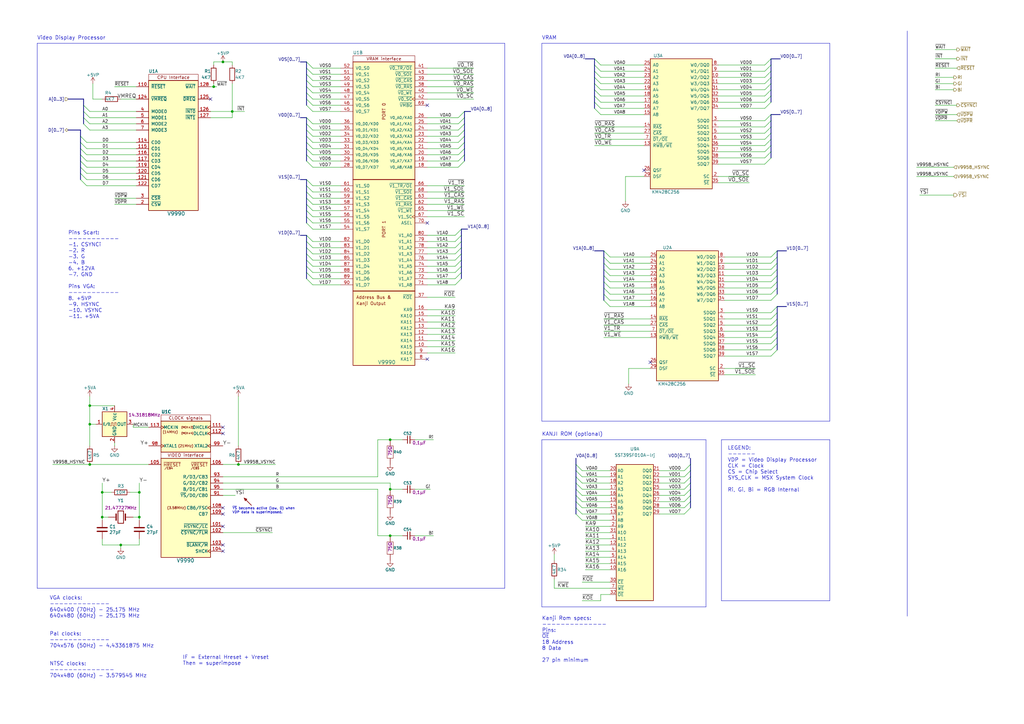
<source format=kicad_sch>
(kicad_sch (version 20230121) (generator eeschema)
  (paper "A3")
  (title_block (title "TRH9000D") (date "2023-01-13") (rev "AC") (comment 2 "Shared under CERN-OHL-S license") (comment 3 "TRH9000 - Open Source MSX Graphics Card based on the Yamaha V9990") (comment 4 "Designed  by: Cristiano Goncalves, Doomn00b, SD_Snatcher & Sunrise"))
  (junction (at 57.15 212.09))
  (junction (at 41.91 212.09))
  (junction (at 41.91 201.93))
  (junction (at 57.15 201.93))
  (junction (at 87.63 35.56))
  (junction (at 160.02 180.34))
  (junction (at 160.02 219.71))
  (junction (at 95.25 45.72))
  (junction (at 97.79 190.5))
  (junction (at 36.83 173.99))
  (junction (at 91.44 25.4))
  (junction (at 160.02 200.66))
  (junction (at 36.83 166.37))
  (junction (at 49.53 223.52))
  (junction (at 36.83 190.5))
  (no_connect (at 86.36 40.64))
  (no_connect (at 266.7 148.59))
  (no_connect (at 175.26 43.18))
  (no_connect (at 91.44 175.26))
  (no_connect (at 91.44 177.8))
  (no_connect (at 91.44 208.28))
  (no_connect (at 91.44 210.82))
  (no_connect (at 264.16 69.85))
  (no_connect (at 91.44 226.06))
  (no_connect (at 91.44 223.52))
  (no_connect (at 175.26 91.44))
  (no_connect (at 175.26 147.32))
  (no_connect (at 91.44 215.9))
  (bus_entry (at 125.73 78.74) (size 2.54 2.54))
  (bus_entry (at 125.73 83.82) (size 2.54 2.54))
  (bus_entry (at 33.02 58.42) (size 2.54 2.54))
  (bus_entry (at 247.65 118.11) (size 2.54 2.54))
  (bus_entry (at 236.22 208.28) (size 2.54 2.54))
  (bus_entry (at 33.02 71.12) (size 2.54 2.54))
  (bus_entry (at 283.21 190.5) (size -2.54 2.54))
  (bus_entry (at 318.77 120.65) (size -2.54 2.54))
  (bus_entry (at 316.23 36.83) (size -2.54 2.54))
  (bus_entry (at 236.22 190.5) (size 2.54 2.54))
  (bus_entry (at 318.77 115.57) (size -2.54 2.54))
  (bus_entry (at 318.77 118.11) (size -2.54 2.54))
  (bus_entry (at 190.5 66.04) (size -2.54 2.54))
  (bus_entry (at 318.77 113.03) (size -2.54 2.54))
  (bus_entry (at 318.77 143.51) (size -2.54 2.54))
  (bus_entry (at 33.02 55.88) (size 2.54 2.54))
  (bus_entry (at 247.65 123.19) (size 2.54 2.54))
  (bus_entry (at 236.22 200.66) (size 2.54 2.54))
  (bus_entry (at 318.77 102.87) (size -2.54 2.54))
  (bus_entry (at 283.21 198.12) (size -2.54 2.54))
  (bus_entry (at 316.23 57.15) (size -2.54 2.54))
  (bus_entry (at 125.73 104.14) (size 2.54 2.54))
  (bus_entry (at 316.23 54.61) (size -2.54 2.54))
  (bus_entry (at 247.65 107.95) (size 2.54 2.54))
  (bus_entry (at 189.23 111.76) (size -2.54 2.54))
  (bus_entry (at 189.23 106.68) (size -2.54 2.54))
  (bus_entry (at 125.73 30.48) (size 2.54 2.54))
  (bus_entry (at 316.23 49.53) (size -2.54 2.54))
  (bus_entry (at 125.73 40.64) (size 2.54 2.54))
  (bus_entry (at 190.5 50.8) (size -2.54 2.54))
  (bus_entry (at 125.73 43.18) (size 2.54 2.54))
  (bus_entry (at 283.21 193.04) (size -2.54 2.54))
  (bus_entry (at 125.73 101.6) (size 2.54 2.54))
  (bus_entry (at 125.73 99.06) (size 2.54 2.54))
  (bus_entry (at 236.22 205.74) (size 2.54 2.54))
  (bus_entry (at 316.23 39.37) (size -2.54 2.54))
  (bus_entry (at 316.23 62.23) (size -2.54 2.54))
  (bus_entry (at 283.21 203.2) (size -2.54 2.54))
  (bus_entry (at 283.21 205.74) (size -2.54 2.54))
  (bus_entry (at 247.65 115.57) (size 2.54 2.54))
  (bus_entry (at 243.84 44.45) (size 2.54 2.54))
  (bus_entry (at 125.73 58.42) (size 2.54 2.54))
  (bus_entry (at 125.73 91.44) (size 2.54 2.54))
  (bus_entry (at 236.22 210.82) (size 2.54 2.54))
  (bus_entry (at 283.21 195.58) (size -2.54 2.54))
  (bus_entry (at 243.84 24.13) (size 2.54 2.54))
  (bus_entry (at 316.23 31.75) (size -2.54 2.54))
  (bus_entry (at 247.65 113.03) (size 2.54 2.54))
  (bus_entry (at 316.23 59.69) (size -2.54 2.54))
  (bus_entry (at 283.21 208.28) (size -2.54 2.54))
  (bus_entry (at 34.29 50.8) (size 2.54 2.54))
  (bus_entry (at 247.65 102.87) (size 2.54 2.54))
  (bus_entry (at 125.73 25.4) (size 2.54 2.54))
  (bus_entry (at 243.84 31.75) (size 2.54 2.54))
  (bus_entry (at 318.77 133.35) (size -2.54 2.54))
  (bus_entry (at 34.29 45.72) (size 2.54 2.54))
  (bus_entry (at 190.5 55.88) (size -2.54 2.54))
  (bus_entry (at 316.23 52.07) (size -2.54 2.54))
  (bus_entry (at 125.73 53.34) (size 2.54 2.54))
  (bus_entry (at 189.23 99.06) (size -2.54 2.54))
  (bus_entry (at 316.23 34.29) (size -2.54 2.54))
  (bus_entry (at 125.73 50.8) (size 2.54 2.54))
  (bus_entry (at 318.77 130.81) (size -2.54 2.54))
  (bus_entry (at 316.23 26.67) (size -2.54 2.54))
  (bus_entry (at 190.5 63.5) (size -2.54 2.54))
  (bus_entry (at 125.73 60.96) (size 2.54 2.54))
  (bus_entry (at 125.73 63.5) (size 2.54 2.54))
  (bus_entry (at 125.73 38.1) (size 2.54 2.54))
  (bus_entry (at 125.73 35.56) (size 2.54 2.54))
  (bus_entry (at 125.73 48.26) (size 2.54 2.54))
  (bus_entry (at 243.84 34.29) (size 2.54 2.54))
  (bus_entry (at 316.23 64.77) (size -2.54 2.54))
  (bus_entry (at 316.23 24.13) (size -2.54 2.54))
  (bus_entry (at 243.84 41.91) (size 2.54 2.54))
  (bus_entry (at 34.29 43.18) (size 2.54 2.54))
  (bus_entry (at 189.23 93.98) (size -2.54 2.54))
  (bus_entry (at 190.5 60.96) (size -2.54 2.54))
  (bus_entry (at 125.73 27.94) (size 2.54 2.54))
  (bus_entry (at 190.5 45.72) (size -2.54 2.54))
  (bus_entry (at 33.02 68.58) (size 2.54 2.54))
  (bus_entry (at 189.23 96.52) (size -2.54 2.54))
  (bus_entry (at 33.02 63.5) (size 2.54 2.54))
  (bus_entry (at 190.5 58.42) (size -2.54 2.54))
  (bus_entry (at 247.65 120.65) (size 2.54 2.54))
  (bus_entry (at 33.02 66.04) (size 2.54 2.54))
  (bus_entry (at 318.77 105.41) (size -2.54 2.54))
  (bus_entry (at 125.73 55.88) (size 2.54 2.54))
  (bus_entry (at 283.21 200.66) (size -2.54 2.54))
  (bus_entry (at 125.73 76.2) (size 2.54 2.54))
  (bus_entry (at 125.73 106.68) (size 2.54 2.54))
  (bus_entry (at 247.65 110.49) (size 2.54 2.54))
  (bus_entry (at 318.77 107.95) (size -2.54 2.54))
  (bus_entry (at 189.23 114.3) (size -2.54 2.54))
  (bus_entry (at 243.84 36.83) (size 2.54 2.54))
  (bus_entry (at 318.77 140.97) (size -2.54 2.54))
  (bus_entry (at 316.23 46.99) (size -2.54 2.54))
  (bus_entry (at 189.23 101.6) (size -2.54 2.54))
  (bus_entry (at 243.84 39.37) (size 2.54 2.54))
  (bus_entry (at 33.02 60.96) (size 2.54 2.54))
  (bus_entry (at 236.22 195.58) (size 2.54 2.54))
  (bus_entry (at 318.77 125.73) (size -2.54 2.54))
  (bus_entry (at 34.29 48.26) (size 2.54 2.54))
  (bus_entry (at 125.73 109.22) (size 2.54 2.54))
  (bus_entry (at 125.73 73.66) (size 2.54 2.54))
  (bus_entry (at 247.65 105.41) (size 2.54 2.54))
  (bus_entry (at 318.77 110.49) (size -2.54 2.54))
  (bus_entry (at 318.77 138.43) (size -2.54 2.54))
  (bus_entry (at 33.02 73.66) (size 2.54 2.54))
  (bus_entry (at 190.5 48.26) (size -2.54 2.54))
  (bus_entry (at 125.73 33.02) (size 2.54 2.54))
  (bus_entry (at 189.23 109.22) (size -2.54 2.54))
  (bus_entry (at 125.73 86.36) (size 2.54 2.54))
  (bus_entry (at 236.22 203.2) (size 2.54 2.54))
  (bus_entry (at 316.23 29.21) (size -2.54 2.54))
  (bus_entry (at 125.73 66.04) (size 2.54 2.54))
  (bus_entry (at 318.77 128.27) (size -2.54 2.54))
  (bus_entry (at 243.84 29.21) (size 2.54 2.54))
  (bus_entry (at 125.73 114.3) (size 2.54 2.54))
  (bus_entry (at 125.73 96.52) (size 2.54 2.54))
  (bus_entry (at 316.23 41.91) (size -2.54 2.54))
  (bus_entry (at 189.23 104.14) (size -2.54 2.54))
  (bus_entry (at 318.77 135.89) (size -2.54 2.54))
  (bus_entry (at 243.84 26.67) (size 2.54 2.54))
  (bus_entry (at 125.73 81.28) (size 2.54 2.54))
  (bus_entry (at 236.22 198.12) (size 2.54 2.54))
  (bus_entry (at 190.5 53.34) (size -2.54 2.54))
  (bus_entry (at 236.22 193.04) (size 2.54 2.54))
  (bus_entry (at 125.73 88.9) (size 2.54 2.54))
  (bus_entry (at 125.73 111.76) (size 2.54 2.54))
  (bus (pts (xy 189.23 96.52) (xy 189.23 99.06)))
  (wire (pts (xy 246.38 46.99) (xy 264.16 46.99)))
  (wire (pts (xy 41.91 201.93) (xy 41.91 212.09)))
  (wire (pts (xy 175.26 129.54) (xy 186.69 129.54)))
  (wire (pts (xy 91.44 218.44) (xy 111.76 218.44)))
  (bus (pts (xy 33.02 68.58) (xy 33.02 71.12)))
  (bus (pts (xy 318.77 133.35) (xy 318.77 135.89)))
  (bus (pts (xy 236.22 190.5) (xy 236.22 187.96)))
  (wire (pts (xy 250.19 205.74) (xy 238.76 205.74)))
  (wire (pts (xy 49.53 224.79) (xy 49.53 223.52)))
  (wire (pts (xy 41.91 220.98) (xy 41.91 223.52)))
  (wire (pts (xy 250.19 123.19) (xy 266.7 123.19)))
  (wire (pts (xy 246.38 26.67) (xy 264.16 26.67)))
  (wire (pts (xy 139.7 83.82) (xy 128.27 83.82)))
  (wire (pts (xy 294.64 29.21) (xy 313.69 29.21)))
  (bus (pts (xy 247.65 115.57) (xy 247.65 118.11)))
  (wire (pts (xy 46.99 35.56) (xy 55.88 35.56)))
  (wire (pts (xy 36.83 173.99) (xy 36.83 182.88)))
  (bus (pts (xy 243.84 24.13) (xy 243.84 26.67)))
  (bus (pts (xy 33.02 60.96) (xy 33.02 63.5)))
  (bus (pts (xy 283.21 200.66) (xy 283.21 203.2)))
  (wire (pts (xy 139.7 55.88) (xy 128.27 55.88)))
  (wire (pts (xy 175.26 111.76) (xy 186.69 111.76)))
  (wire (pts (xy 139.7 50.8) (xy 128.27 50.8)))
  (wire (pts (xy 35.56 63.5) (xy 55.88 63.5)))
  (bus (pts (xy 125.73 50.8) (xy 125.73 53.34)))
  (wire (pts (xy 383.54 46.99) (xy 392.43 46.99)))
  (wire (pts (xy 87.63 34.29) (xy 87.63 35.56)))
  (polyline (pts (xy 372.11 12.7) (xy 372.11 252.73)))
  (wire (pts (xy 95.25 48.26) (xy 95.25 45.72)))
  (bus (pts (xy 243.84 34.29) (xy 243.84 36.83)))
  (wire (pts (xy 139.7 78.74) (xy 128.27 78.74)))
  (wire (pts (xy 297.18 128.27) (xy 316.23 128.27)))
  (wire (pts (xy 294.64 31.75) (xy 313.69 31.75)))
  (bus (pts (xy 316.23 49.53) (xy 316.23 52.07)))
  (polyline (pts (xy 222.25 172.72) (xy 340.36 172.72)))
  (bus (pts (xy 190.5 45.72) (xy 190.5 48.26)))
  (bus (pts (xy 33.02 71.12) (xy 33.02 73.66)))
  (wire (pts (xy 54.61 212.09) (xy 57.15 212.09)))
  (wire (pts (xy 175.26 40.64) (xy 194.31 40.64)))
  (bus (pts (xy 190.5 53.34) (xy 190.5 55.88)))
  (bus (pts (xy 189.23 104.14) (xy 189.23 106.68)))
  (wire (pts (xy 194.31 38.1) (xy 175.26 38.1)))
  (wire (pts (xy 190.5 76.2) (xy 175.26 76.2)))
  (wire (pts (xy 139.7 33.02) (xy 128.27 33.02)))
  (bus (pts (xy 316.23 59.69) (xy 316.23 62.23)))
  (polyline (pts (xy 295.91 180.34) (xy 340.36 180.34)))
  (wire (pts (xy 238.76 238.76) (xy 250.19 238.76)))
  (bus (pts (xy 247.65 102.87) (xy 247.65 105.41)))
  (wire (pts (xy 170.18 200.66) (xy 176.53 200.66)))
  (wire (pts (xy 91.44 190.5) (xy 97.79 190.5)))
  (bus (pts (xy 316.23 52.07) (xy 316.23 54.61)))
  (bus (pts (xy 236.22 195.58) (xy 236.22 198.12)))
  (wire (pts (xy 87.63 25.4) (xy 87.63 26.67)))
  (bus (pts (xy 283.21 203.2) (xy 283.21 205.74)))
  (wire (pts (xy 297.18 135.89) (xy 316.23 135.89)))
  (wire (pts (xy 139.7 27.94) (xy 128.27 27.94)))
  (bus (pts (xy 318.77 125.73) (xy 318.77 128.27)))
  (wire (pts (xy 294.64 26.67) (xy 313.69 26.67)))
  (wire (pts (xy 294.64 49.53) (xy 313.69 49.53)))
  (bus (pts (xy 247.65 113.03) (xy 247.65 115.57)))
  (polyline (pts (xy 340.36 172.72) (xy 340.36 17.78)))
  (wire (pts (xy 35.56 68.58) (xy 55.88 68.58)))
  (wire (pts (xy 294.64 72.39) (xy 307.34 72.39)))
  (wire (pts (xy 175.26 139.7) (xy 186.69 139.7)))
  (wire (pts (xy 36.83 48.26) (xy 55.88 48.26)))
  (bus (pts (xy 125.73 86.36) (xy 125.73 88.9)))
  (wire (pts (xy 35.56 71.12) (xy 55.88 71.12)))
  (wire (pts (xy 250.19 215.9) (xy 240.03 215.9)))
  (bus (pts (xy 189.23 101.6) (xy 189.23 104.14)))
  (wire (pts (xy 190.5 86.36) (xy 175.26 86.36)))
  (bus (pts (xy 125.73 53.34) (xy 125.73 55.88)))
  (wire (pts (xy 190.5 81.28) (xy 175.26 81.28)))
  (bus (pts (xy 318.77 115.57) (xy 318.77 118.11)))
  (wire (pts (xy 175.26 114.3) (xy 186.69 114.3)))
  (bus (pts (xy 125.73 25.4) (xy 125.73 27.94)))
  (bus (pts (xy 125.73 88.9) (xy 125.73 91.44)))
  (wire (pts (xy 91.44 198.12) (xy 160.02 198.12)))
  (bus (pts (xy 318.77 138.43) (xy 318.77 140.97)))
  (bus (pts (xy 189.23 111.76) (xy 189.23 114.3)))
  (wire (pts (xy 190.5 83.82) (xy 175.26 83.82)))
  (bus (pts (xy 316.23 34.29) (xy 316.23 36.83)))
  (wire (pts (xy 41.91 223.52) (xy 49.53 223.52)))
  (bus (pts (xy 243.84 39.37) (xy 243.84 41.91)))
  (wire (pts (xy 139.7 63.5) (xy 128.27 63.5)))
  (wire (pts (xy 246.38 31.75) (xy 264.16 31.75)))
  (bus (pts (xy 316.23 54.61) (xy 316.23 57.15)))
  (wire (pts (xy 383.54 24.13) (xy 392.43 24.13)))
  (wire (pts (xy 139.7 91.44) (xy 128.27 91.44)))
  (bus (pts (xy 125.73 81.28) (xy 125.73 83.82)))
  (wire (pts (xy 250.19 213.36) (xy 238.76 213.36)))
  (wire (pts (xy 38.1 40.64) (xy 41.91 40.64)))
  (wire (pts (xy 175.26 55.88) (xy 187.96 55.88)))
  (bus (pts (xy 236.22 190.5) (xy 236.22 193.04)))
  (wire (pts (xy 294.64 74.93) (xy 307.34 74.93)))
  (polyline (pts (xy 15.24 17.78) (xy 207.01 17.78)))
  (wire (pts (xy 35.56 58.42) (xy 55.88 58.42)))
  (wire (pts (xy 250.19 195.58) (xy 238.76 195.58)))
  (wire (pts (xy 194.31 27.94) (xy 175.26 27.94)))
  (wire (pts (xy 246.38 39.37) (xy 264.16 39.37)))
  (wire (pts (xy 139.7 60.96) (xy 128.27 60.96)))
  (bus (pts (xy 283.21 190.5) (xy 283.21 193.04)))
  (wire (pts (xy 139.7 114.3) (xy 128.27 114.3)))
  (bus (pts (xy 125.73 35.56) (xy 125.73 38.1)))
  (bus (pts (xy 316.23 29.21) (xy 316.23 31.75)))
  (bus (pts (xy 125.73 73.66) (xy 123.19 73.66)))
  (wire (pts (xy 250.19 233.68) (xy 240.03 233.68)))
  (wire (pts (xy 175.26 63.5) (xy 187.96 63.5)))
  (wire (pts (xy 139.7 104.14) (xy 128.27 104.14)))
  (wire (pts (xy 154.94 180.34) (xy 154.94 195.58)))
  (polyline (pts (xy 340.36 246.38) (xy 295.91 246.38)))
  (bus (pts (xy 318.77 102.87) (xy 322.58 102.87)))
  (wire (pts (xy 270.51 195.58) (xy 280.67 195.58)))
  (bus (pts (xy 125.73 76.2) (xy 125.73 78.74)))
  (wire (pts (xy 383.54 34.29) (xy 391.16 34.29)))
  (wire (pts (xy 175.26 66.04) (xy 187.96 66.04)))
  (bus (pts (xy 189.23 109.22) (xy 189.23 111.76)))
  (bus (pts (xy 247.65 105.41) (xy 247.65 107.95)))
  (bus (pts (xy 247.65 118.11) (xy 247.65 120.65)))
  (wire (pts (xy 264.16 59.69) (xy 243.84 59.69)))
  (wire (pts (xy 294.64 36.83) (xy 313.69 36.83)))
  (bus (pts (xy 190.5 50.8) (xy 190.5 53.34)))
  (wire (pts (xy 49.53 40.64) (xy 55.88 40.64)))
  (wire (pts (xy 139.7 45.72) (xy 128.27 45.72)))
  (wire (pts (xy 139.7 76.2) (xy 128.27 76.2)))
  (bus (pts (xy 318.77 140.97) (xy 318.77 143.51)))
  (wire (pts (xy 297.18 115.57) (xy 316.23 115.57)))
  (bus (pts (xy 318.77 128.27) (xy 318.77 130.81)))
  (wire (pts (xy 250.19 223.52) (xy 240.03 223.52)))
  (wire (pts (xy 383.54 49.53) (xy 392.43 49.53)))
  (wire (pts (xy 86.36 45.72) (xy 95.25 45.72)))
  (wire (pts (xy 227.33 237.49) (xy 227.33 241.3)))
  (bus (pts (xy 125.73 96.52) (xy 125.73 99.06)))
  (bus (pts (xy 125.73 58.42) (xy 125.73 60.96)))
  (wire (pts (xy 250.19 105.41) (xy 266.7 105.41)))
  (wire (pts (xy 38.1 34.29) (xy 38.1 40.64)))
  (wire (pts (xy 175.26 30.48) (xy 194.31 30.48)))
  (wire (pts (xy 270.51 193.04) (xy 280.67 193.04)))
  (wire (pts (xy 294.64 52.07) (xy 313.69 52.07)))
  (wire (pts (xy 154.94 200.66) (xy 154.94 219.71)))
  (wire (pts (xy 297.18 118.11) (xy 316.23 118.11)))
  (bus (pts (xy 33.02 58.42) (xy 33.02 60.96)))
  (wire (pts (xy 250.19 210.82) (xy 238.76 210.82)))
  (wire (pts (xy 45.72 201.93) (xy 41.91 201.93)))
  (wire (pts (xy 57.15 223.52) (xy 57.15 220.98)))
  (bus (pts (xy 125.73 48.26) (xy 125.73 50.8)))
  (bus (pts (xy 316.23 31.75) (xy 316.23 34.29)))
  (wire (pts (xy 250.19 120.65) (xy 266.7 120.65)))
  (wire (pts (xy 256.54 72.39) (xy 264.16 72.39)))
  (wire (pts (xy 46.99 83.82) (xy 55.88 83.82)))
  (bus (pts (xy 189.23 99.06) (xy 189.23 101.6)))
  (wire (pts (xy 139.7 38.1) (xy 128.27 38.1)))
  (wire (pts (xy 175.26 127) (xy 186.69 127)))
  (wire (pts (xy 139.7 66.04) (xy 128.27 66.04)))
  (bus (pts (xy 125.73 30.48) (xy 125.73 33.02)))
  (wire (pts (xy 297.18 143.51) (xy 316.23 143.51)))
  (bus (pts (xy 318.77 107.95) (xy 318.77 110.49)))
  (bus (pts (xy 125.73 96.52) (xy 123.19 96.52)))
  (wire (pts (xy 246.38 29.21) (xy 264.16 29.21)))
  (wire (pts (xy 266.7 130.81) (xy 247.65 130.81)))
  (wire (pts (xy 266.7 133.35) (xy 247.65 133.35)))
  (bus (pts (xy 247.65 110.49) (xy 247.65 113.03)))
  (wire (pts (xy 175.26 78.74) (xy 190.5 78.74)))
  (wire (pts (xy 139.7 101.6) (xy 128.27 101.6)))
  (bus (pts (xy 190.5 63.5) (xy 190.5 66.04)))
  (polyline (pts (xy 222.25 17.78) (xy 222.25 172.72)))
  (wire (pts (xy 250.19 228.6) (xy 240.03 228.6)))
  (wire (pts (xy 95.25 25.4) (xy 95.25 26.67)))
  (bus (pts (xy 318.77 105.41) (xy 318.77 107.95)))
  (wire (pts (xy 21.59 190.5) (xy 36.83 190.5)))
  (wire (pts (xy 175.26 88.9) (xy 190.5 88.9)))
  (bus (pts (xy 318.77 118.11) (xy 318.77 120.65)))
  (wire (pts (xy 160.02 219.71) (xy 165.1 219.71)))
  (wire (pts (xy 139.7 88.9) (xy 128.27 88.9)))
  (wire (pts (xy 246.38 243.84) (xy 250.19 243.84)))
  (bus (pts (xy 190.5 55.88) (xy 190.5 58.42)))
  (bus (pts (xy 190.5 45.72) (xy 193.04 45.72)))
  (polyline (pts (xy 340.36 17.78) (xy 222.25 17.78)))
  (wire (pts (xy 294.64 54.61) (xy 313.69 54.61)))
  (wire (pts (xy 41.91 212.09) (xy 44.45 212.09)))
  (wire (pts (xy 250.19 218.44) (xy 240.03 218.44)))
  (bus (pts (xy 283.21 205.74) (xy 283.21 208.28)))
  (wire (pts (xy 175.26 109.22) (xy 186.69 109.22)))
  (wire (pts (xy 41.91 198.12) (xy 41.91 201.93)))
  (wire (pts (xy 246.38 34.29) (xy 264.16 34.29)))
  (bus (pts (xy 236.22 198.12) (xy 236.22 200.66)))
  (polyline (pts (xy 222.25 180.34) (xy 222.25 248.92)))
  (bus (pts (xy 283.21 190.5) (xy 283.21 187.96)))
  (wire (pts (xy 246.38 36.83) (xy 264.16 36.83)))
  (wire (pts (xy 250.19 200.66) (xy 238.76 200.66)))
  (wire (pts (xy 375.92 68.58) (xy 391.16 68.58)))
  (wire (pts (xy 250.19 198.12) (xy 238.76 198.12)))
  (wire (pts (xy 35.56 60.96) (xy 55.88 60.96)))
  (wire (pts (xy 270.51 198.12) (xy 280.67 198.12)))
  (wire (pts (xy 297.18 146.05) (xy 316.23 146.05)))
  (bus (pts (xy 125.73 101.6) (xy 125.73 104.14)))
  (polyline (pts (xy 289.56 180.34) (xy 289.56 248.92)))
  (wire (pts (xy 377.19 80.01) (xy 391.16 80.01)))
  (bus (pts (xy 125.73 104.14) (xy 125.73 106.68)))
  (wire (pts (xy 383.54 27.94) (xy 392.43 27.94)))
  (wire (pts (xy 250.19 118.11) (xy 266.7 118.11)))
  (bus (pts (xy 125.73 111.76) (xy 125.73 114.3)))
  (wire (pts (xy 297.18 110.49) (xy 316.23 110.49)))
  (wire (pts (xy 297.18 133.35) (xy 316.23 133.35)))
  (bus (pts (xy 190.5 58.42) (xy 190.5 60.96)))
  (bus (pts (xy 125.73 33.02) (xy 125.73 35.56)))
  (bus (pts (xy 243.84 26.67) (xy 243.84 29.21)))
  (wire (pts (xy 91.44 203.2) (xy 96.52 203.2)))
  (wire (pts (xy 139.7 35.56) (xy 128.27 35.56)))
  (wire (pts (xy 36.83 53.34) (xy 55.88 53.34)))
  (wire (pts (xy 294.64 62.23) (xy 313.69 62.23)))
  (wire (pts (xy 250.19 220.98) (xy 240.03 220.98)))
  (wire (pts (xy 294.64 39.37) (xy 313.69 39.37)))
  (bus (pts (xy 190.5 60.96) (xy 190.5 63.5)))
  (bus (pts (xy 125.73 48.26) (xy 123.19 48.26)))
  (wire (pts (xy 139.7 99.06) (xy 128.27 99.06)))
  (wire (pts (xy 139.7 116.84) (xy 128.27 116.84)))
  (bus (pts (xy 125.73 83.82) (xy 125.73 86.36)))
  (wire (pts (xy 175.26 144.78) (xy 186.69 144.78)))
  (wire (pts (xy 266.7 135.89) (xy 247.65 135.89)))
  (wire (pts (xy 250.19 110.49) (xy 266.7 110.49)))
  (wire (pts (xy 383.54 36.83) (xy 391.16 36.83)))
  (wire (pts (xy 294.64 44.45) (xy 313.69 44.45)))
  (bus (pts (xy 316.23 36.83) (xy 316.23 39.37)))
  (wire (pts (xy 246.38 246.38) (xy 238.76 246.38)))
  (wire (pts (xy 294.64 67.31) (xy 313.69 67.31)))
  (wire (pts (xy 175.26 58.42) (xy 187.96 58.42)))
  (bus (pts (xy 243.84 36.83) (xy 243.84 39.37)))
  (bus (pts (xy 125.73 63.5) (xy 125.73 66.04)))
  (wire (pts (xy 91.44 200.66) (xy 154.94 200.66)))
  (wire (pts (xy 175.26 60.96) (xy 187.96 60.96)))
  (wire (pts (xy 160.02 180.34) (xy 165.1 180.34)))
  (wire (pts (xy 175.26 116.84) (xy 186.69 116.84)))
  (wire (pts (xy 383.54 43.18) (xy 392.43 43.18)))
  (bus (pts (xy 236.22 200.66) (xy 236.22 203.2)))
  (wire (pts (xy 294.64 59.69) (xy 313.69 59.69)))
  (bus (pts (xy 283.21 198.12) (xy 283.21 200.66)))
  (wire (pts (xy 87.63 25.4) (xy 91.44 25.4)))
  (bus (pts (xy 34.29 45.72) (xy 34.29 48.26)))
  (polyline (pts (xy 289.56 248.92) (xy 222.25 248.92)))
  (wire (pts (xy 54.61 175.26) (xy 54.61 173.99)))
  (wire (pts (xy 175.26 53.34) (xy 187.96 53.34)))
  (wire (pts (xy 250.19 231.14) (xy 240.03 231.14)))
  (bus (pts (xy 125.73 27.94) (xy 125.73 30.48)))
  (wire (pts (xy 160.02 200.66) (xy 165.1 200.66)))
  (wire (pts (xy 41.91 212.09) (xy 41.91 213.36)))
  (wire (pts (xy 175.26 99.06) (xy 186.69 99.06)))
  (polyline (pts (xy 207.01 17.78) (xy 207.01 241.3)))
  (wire (pts (xy 297.18 153.67) (xy 309.88 153.67)))
  (wire (pts (xy 36.83 162.56) (xy 36.83 166.37)))
  (wire (pts (xy 177.8 219.71) (xy 170.18 219.71)))
  (bus (pts (xy 125.73 73.66) (xy 125.73 76.2)))
  (bus (pts (xy 190.5 48.26) (xy 190.5 50.8)))
  (wire (pts (xy 86.36 35.56) (xy 87.63 35.56)))
  (wire (pts (xy 36.83 50.8) (xy 55.88 50.8)))
  (wire (pts (xy 383.54 31.75) (xy 391.16 31.75)))
  (wire (pts (xy 250.19 113.03) (xy 266.7 113.03)))
  (wire (pts (xy 87.63 35.56) (xy 88.9 35.56)))
  (wire (pts (xy 139.7 109.22) (xy 128.27 109.22)))
  (bus (pts (xy 318.77 110.49) (xy 318.77 113.03)))
  (wire (pts (xy 297.18 151.13) (xy 309.88 151.13)))
  (wire (pts (xy 383.54 20.32) (xy 392.43 20.32)))
  (wire (pts (xy 95.25 45.72) (xy 100.33 45.72)))
  (bus (pts (xy 189.23 93.98) (xy 191.77 93.98)))
  (wire (pts (xy 175.26 104.14) (xy 186.69 104.14)))
  (wire (pts (xy 57.15 201.93) (xy 57.15 212.09)))
  (bus (pts (xy 125.73 60.96) (xy 125.73 63.5)))
  (wire (pts (xy 97.79 190.5) (xy 113.03 190.5)))
  (wire (pts (xy 246.38 246.38) (xy 246.38 243.84)))
  (wire (pts (xy 194.31 33.02) (xy 175.26 33.02)))
  (polyline (pts (xy 295.91 180.34) (xy 295.91 246.38)))
  (bus (pts (xy 236.22 203.2) (xy 236.22 205.74)))
  (wire (pts (xy 297.18 105.41) (xy 316.23 105.41)))
  (wire (pts (xy 250.19 226.06) (xy 240.03 226.06)))
  (bus (pts (xy 318.77 125.73) (xy 322.58 125.73)))
  (wire (pts (xy 270.51 205.74) (xy 280.67 205.74)))
  (bus (pts (xy 318.77 130.81) (xy 318.77 133.35)))
  (wire (pts (xy 250.19 125.73) (xy 266.7 125.73)))
  (wire (pts (xy 91.44 25.4) (xy 95.25 25.4)))
  (bus (pts (xy 316.23 46.99) (xy 320.04 46.99)))
  (bus (pts (xy 236.22 205.74) (xy 236.22 208.28)))
  (bus (pts (xy 34.29 40.64) (xy 34.29 43.18)))
  (bus (pts (xy 247.65 102.87) (xy 243.84 102.87)))
  (wire (pts (xy 175.26 142.24) (xy 186.69 142.24)))
  (wire (pts (xy 250.19 208.28) (xy 238.76 208.28)))
  (wire (pts (xy 36.83 190.5) (xy 60.96 190.5)))
  (wire (pts (xy 175.26 68.58) (xy 187.96 68.58)))
  (wire (pts (xy 139.7 40.64) (xy 128.27 40.64)))
  (wire (pts (xy 270.51 200.66) (xy 280.67 200.66)))
  (bus (pts (xy 236.22 208.28) (xy 236.22 210.82)))
  (wire (pts (xy 175.26 50.8) (xy 187.96 50.8)))
  (polyline (pts (xy 15.24 17.78) (xy 15.24 241.3)))
  (wire (pts (xy 49.53 223.52) (xy 57.15 223.52)))
  (wire (pts (xy 175.26 106.68) (xy 186.69 106.68)))
  (wire (pts (xy 154.94 180.34) (xy 160.02 180.34)))
  (bus (pts (xy 33.02 66.04) (xy 33.02 68.58)))
  (wire (pts (xy 294.64 34.29) (xy 313.69 34.29)))
  (wire (pts (xy 270.51 203.2) (xy 280.67 203.2)))
  (wire (pts (xy 139.7 81.28) (xy 128.27 81.28)))
  (wire (pts (xy 294.64 41.91) (xy 313.69 41.91)))
  (wire (pts (xy 139.7 30.48) (xy 128.27 30.48)))
  (bus (pts (xy 316.23 24.13) (xy 320.04 24.13)))
  (bus (pts (xy 316.23 62.23) (xy 316.23 64.77)))
  (bus (pts (xy 125.73 109.22) (xy 125.73 111.76)))
  (wire (pts (xy 175.26 48.26) (xy 187.96 48.26)))
  (polyline (pts (xy 222.25 180.34) (xy 289.56 180.34)))
  (bus (pts (xy 33.02 53.34) (xy 33.02 55.88)))
  (bus (pts (xy 236.22 193.04) (xy 236.22 195.58)))
  (wire (pts (xy 256.54 72.39) (xy 256.54 82.55)))
  (bus (pts (xy 189.23 93.98) (xy 189.23 96.52)))
  (wire (pts (xy 60.96 175.26) (xy 54.61 175.26)))
  (wire (pts (xy 95.25 34.29) (xy 95.25 45.72)))
  (bus (pts (xy 125.73 55.88) (xy 125.73 58.42)))
  (wire (pts (xy 46.99 181.61) (xy 46.99 182.88)))
  (wire (pts (xy 139.7 111.76) (xy 128.27 111.76)))
  (bus (pts (xy 316.23 39.37) (xy 316.23 41.91)))
  (wire (pts (xy 227.33 227.33) (xy 227.33 229.87)))
  (wire (pts (xy 297.18 130.81) (xy 316.23 130.81)))
  (wire (pts (xy 91.44 195.58) (xy 154.94 195.58)))
  (bus (pts (xy 125.73 78.74) (xy 125.73 81.28)))
  (wire (pts (xy 36.83 166.37) (xy 46.99 166.37)))
  (wire (pts (xy 139.7 43.18) (xy 128.27 43.18)))
  (wire (pts (xy 175.26 132.08) (xy 186.69 132.08)))
  (wire (pts (xy 264.16 57.15) (xy 243.84 57.15)))
  (wire (pts (xy 139.7 53.34) (xy 128.27 53.34)))
  (wire (pts (xy 154.94 219.71) (xy 160.02 219.71)))
  (wire (pts (xy 36.83 173.99) (xy 36.83 166.37)))
  (bus (pts (xy 125.73 40.64) (xy 125.73 43.18)))
  (wire (pts (xy 297.18 123.19) (xy 316.23 123.19)))
  (bus (pts (xy 247.65 120.65) (xy 247.65 123.19)))
  (wire (pts (xy 250.19 107.95) (xy 266.7 107.95)))
  (wire (pts (xy 46.99 81.28) (xy 55.88 81.28)))
  (wire (pts (xy 297.18 140.97) (xy 316.23 140.97)))
  (bus (pts (xy 243.84 24.13) (xy 240.03 24.13)))
  (bus (pts (xy 316.23 26.67) (xy 316.23 29.21)))
  (wire (pts (xy 250.19 203.2) (xy 238.76 203.2)))
  (bus (pts (xy 318.77 102.87) (xy 318.77 105.41)))
  (wire (pts (xy 175.26 96.52) (xy 186.69 96.52)))
  (bus (pts (xy 125.73 106.68) (xy 125.73 109.22)))
  (bus (pts (xy 243.84 41.91) (xy 243.84 44.45)))
  (wire (pts (xy 36.83 173.99) (xy 39.37 173.99)))
  (bus (pts (xy 316.23 24.13) (xy 316.23 26.67)))
  (bus (pts (xy 316.23 46.99) (xy 316.23 49.53)))
  (bus (pts (xy 247.65 107.95) (xy 247.65 110.49)))
  (wire (pts (xy 139.7 58.42) (xy 128.27 58.42)))
  (wire (pts (xy 264.16 54.61) (xy 243.84 54.61)))
  (bus (pts (xy 34.29 43.18) (xy 34.29 45.72)))
  (bus (pts (xy 316.23 57.15) (xy 316.23 59.69)))
  (wire (pts (xy 297.18 113.03) (xy 316.23 113.03)))
  (wire (pts (xy 297.18 138.43) (xy 316.23 138.43)))
  (wire (pts (xy 246.38 44.45) (xy 264.16 44.45)))
  (bus (pts (xy 27.94 40.64) (xy 34.29 40.64)))
  (bus (pts (xy 34.29 48.26) (xy 34.29 50.8)))
  (wire (pts (xy 175.26 137.16) (xy 186.69 137.16)))
  (wire (pts (xy 175.26 101.6) (xy 186.69 101.6)))
  (wire (pts (xy 266.7 138.43) (xy 247.65 138.43)))
  (wire (pts (xy 57.15 198.12) (xy 57.15 201.93)))
  (wire (pts (xy 264.16 52.07) (xy 243.84 52.07)))
  (bus (pts (xy 243.84 29.21) (xy 243.84 31.75)))
  (wire (pts (xy 175.26 134.62) (xy 186.69 134.62)))
  (polyline (pts (xy 207.01 241.3) (xy 15.24 241.3)))
  (bus (pts (xy 33.02 55.88) (xy 33.02 58.42)))
  (wire (pts (xy 57.15 212.09) (xy 57.15 213.36)))
  (wire (pts (xy 250.19 193.04) (xy 238.76 193.04)))
  (wire (pts (xy 170.18 180.34) (xy 177.8 180.34)))
  (bus (pts (xy 283.21 195.58) (xy 283.21 198.12)))
  (wire (pts (xy 97.79 162.56) (xy 97.79 182.88)))
  (bus (pts (xy 125.73 99.06) (xy 125.73 101.6)))
  (wire (pts (xy 294.64 57.15) (xy 313.69 57.15)))
  (wire (pts (xy 36.83 45.72) (xy 55.88 45.72)))
  (bus (pts (xy 125.73 25.4) (xy 123.19 25.4)))
  (bus (pts (xy 33.02 53.34) (xy 27.94 53.34)))
  (wire (pts (xy 35.56 76.2) (xy 55.88 76.2)))
  (wire (pts (xy 257.81 151.13) (xy 266.7 151.13)))
  (bus (pts (xy 318.77 135.89) (xy 318.77 138.43)))
  (wire (pts (xy 35.56 66.04) (xy 55.88 66.04)))
  (wire (pts (xy 375.92 72.39) (xy 391.16 72.39)))
  (wire (pts (xy 139.7 68.58) (xy 128.27 68.58)))
  (wire (pts (xy 139.7 86.36) (xy 128.27 86.36)))
  (wire (pts (xy 53.34 201.93) (xy 57.15 201.93)))
  (wire (pts (xy 227.33 241.3) (xy 250.19 241.3)))
  (wire (pts (xy 139.7 93.98) (xy 128.27 93.98)))
  (bus (pts (xy 189.23 106.68) (xy 189.23 109.22)))
  (wire (pts (xy 297.18 107.95) (xy 316.23 107.95)))
  (bus (pts (xy 318.77 113.03) (xy 318.77 115.57)))
  (wire (pts (xy 194.31 35.56) (xy 175.26 35.56)))
  (wire (pts (xy 160.02 198.12) (xy 160.02 200.66)))
  (wire (pts (xy 257.81 151.13) (xy 257.81 157.48)))
  (wire (pts (xy 250.19 115.57) (xy 266.7 115.57)))
  (wire (pts (xy 297.18 120.65) (xy 316.23 120.65)))
  (wire (pts (xy 139.7 106.68) (xy 128.27 106.68)))
  (wire (pts (xy 294.64 64.77) (xy 313.69 64.77)))
  (wire (pts (xy 86.36 48.26) (xy 95.25 48.26)))
  (bus (pts (xy 33.02 63.5) (xy 33.02 66.04)))
  (wire (pts (xy 35.56 73.66) (xy 55.88 73.66)))
  (wire (pts (xy 246.38 41.91) (xy 264.16 41.91)))
  (bus (pts (xy 283.21 193.04) (xy 283.21 195.58)))
  (wire (pts (xy 270.51 210.82) (xy 280.67 210.82)))
  (wire (pts (xy 270.51 208.28) (xy 280.67 208.28)))
  (bus (pts (xy 243.84 31.75) (xy 243.84 34.29)))
  (wire (pts (xy 175.26 121.92) (xy 186.69 121.92)))
  (polyline (pts (xy 340.36 180.34) (xy 340.36 246.38)))
  (bus (pts (xy 125.73 38.1) (xy 125.73 40.64)))
  (text "Kanji Rom specs:\n--------------\nPins:\n~{OE}\n18 Address\n8 Data\n\n27 pin minimum" (at 222.25 271.78 0) (effects (font (size 1.524 1.524)) (justify left bottom)))
  (text "IF = External Hreset + Vreset\nThen = superimpose" (at 74.93 273.05 0) (effects (font (size 1.524 1.524)) (justify left bottom)))
  (text "Pins Scart:\n-----------\n-1. CSYNCi\n-2. R\n-3. G\n-4. B\n6. +12VA\n-7. GND\n\nPins VGA:\n-----------\n8. +5VP\n-9. HSYNC\n-10. VSYNC\n-11. +5VA" (at 27.94 130.81 0) (effects (font (size 1.524 1.524)) (justify left bottom)))
  (text "KANJI ROM (optional)" (at 222.25 179.07 0) (effects (font (size 1.524 1.524)) (justify left bottom)))
  (text "~{YS} becomes active (low, 0) when\nVDP data is superimposed." (at 95.25 210.82 0) (effects (font (size 1 1)) (justify left bottom)))
  (text "LEGEND:\n------\nVDP = Video Display Processor\nCLK = Clock\nCS = Chip Select\nSYS_CLK = MSX System Clock\n\nRi, Gi, Bi = RGB Internal" (at 298.45 201.93 0) (effects (font (size 1.524 1.524)) (justify left bottom)))
  (text "VGA clocks:\n-------------\n640x400 (70Hz) - 25.175 MHz\n640x480 (60Hz) - 25.175 MHz\n\n\nPal clocks:\n-------------\n704x576 (50Hz) - 4.43361875 MHz\n\n\nNTSC clocks:\n--------------\n704x480 (60Hz) - 3.579545 MHz" (at 20.32 278.13 0) (effects (font (size 1.524 1.524)) (justify left bottom)))
  (text "VRAM" (at 222.25 16.51 0) (effects (font (size 1.524 1.524)) (justify left bottom)))
  (text "Video Display Processor" (at 15.24 16.51 0) (effects (font (size 1.524 1.524)) (justify left bottom)))
  (label "V0D3" (at 135.89 58.42 180))
  (label "~{V1_CAS}" (at 247.65 133.35 0) (effects (font (size 1.524 1.524))))
  (label "V0A2" (at 180.34 53.34 0))
  (label "V1A8" (at 260.35 125.73 180))
  (label "V0D4" (at 303.53 36.83 0))
  (label "V0A3" (at 245.11 200.66 180))
  (label "V0D0" (at 274.32 193.04 0))
  (label "V1S[0..7]" (at 322.58 125.73 0))
  (label "Y-" (at 57.15 198.12 0) (effects (font (size 1.524 1.524))))
  (label "~{VDPW}" (at 383.54 46.99 0))
  (label "V0D1" (at 303.53 29.21 0))
  (label "~{VO_SOE}" (at 307.34 74.93 180) (effects (font (size 1.524 1.524))))
  (label "V0D1" (at 135.89 53.34 180))
  (label "V0D1" (at 274.32 195.58 0))
  (label "~{V0_SC}" (at 194.31 40.64 180) (effects (font (size 1.524 1.524))))
  (label "V1D6" (at 135.89 114.3 180))
  (label "~{V1_WE}" (at 247.65 138.43 0) (effects (font (size 1.524 1.524))))
  (label "V0D6" (at 135.89 66.04 180))
  (label "~{V1_TR}" (at 190.5 76.2 180) (effects (font (size 1.524 1.524))))
  (label "V1S4" (at 135.89 86.36 180))
  (label "V0A1" (at 245.11 195.58 180))
  (label "V0A[0..8]" (at 236.22 187.96 0))
  (label "V0S5" (at 303.53 62.23 0))
  (label "A1" (at 41.91 48.26 0))
  (label "V1S2" (at 306.07 133.35 0))
  (label "V0A6" (at 245.11 208.28 180))
  (label "V0S[0..7]" (at 320.04 46.99 0))
  (label "V0A2" (at 256.54 31.75 180))
  (label "~{RESET}" (at 46.99 35.56 0))
  (label "V1A[0..8]" (at 243.84 102.87 180))
  (label "V0S4" (at 135.89 38.1 180))
  (label "V1A6" (at 260.35 120.65 180))
  (label "V1S3" (at 306.07 135.89 0))
  (label "V1A8" (at 179.07 116.84 0))
  (label "D1" (at 41.91 60.96 0))
  (label "V0D4" (at 135.89 60.96 180))
  (label "V1S7" (at 306.07 146.05 0))
  (label "V1D[0..7]" (at 322.58 102.87 0))
  (label "V0A8" (at 245.11 213.36 180))
  (label "V1A1" (at 179.07 99.06 0))
  (label "Y+" (at 60.96 182.88 180) (effects (font (size 1.524 1.524))))
  (label "B" (at 113.03 200.66 0))
  (label "V0D5" (at 274.32 205.74 0))
  (label "A0" (at 41.91 45.72 0))
  (label "V0A3" (at 256.54 34.29 180))
  (label "V0D5" (at 303.53 39.37 0))
  (label "~{V1_RAS}" (at 247.65 130.81 0) (effects (font (size 1.524 1.524))))
  (label "MCKIN" (at 54.61 175.26 0))
  (label "V1A0" (at 179.07 96.52 0))
  (label "V0A0" (at 256.54 26.67 180))
  (label "V1S0" (at 135.89 76.2 180))
  (label "KA12" (at 240.03 223.52 0) (effects (font (size 1.524 1.524))))
  (label "V1A[0..8]" (at 191.77 93.98 0))
  (label "~{V0_TR}" (at 243.84 57.15 0) (effects (font (size 1.524 1.524))))
  (label "V0S1" (at 135.89 30.48 180))
  (label "V0D3" (at 303.53 34.29 0))
  (label "V9958_VSYNC" (at 375.92 72.39 0))
  (label "V0A4" (at 180.34 58.42 0))
  (label "V1D3" (at 306.07 113.03 0))
  (label "~{YSi}" (at 377.19 80.01 0) (effects (font (size 1.524 1.524))))
  (label "V0A0" (at 180.34 48.26 0))
  (label "KA10" (at 240.03 218.44 0) (effects (font (size 1.524 1.524))))
  (label "V1A2" (at 260.35 110.49 180))
  (label "V0S3" (at 135.89 35.56 180))
  (label "R" (at 113.03 195.58 0))
  (label "V0A6" (at 180.34 63.5 0))
  (label "V1A4" (at 260.35 115.57 180))
  (label "KA16" (at 240.03 233.68 0) (effects (font (size 1.524 1.524))))
  (label "~{VDPR}" (at 383.54 49.53 0))
  (label "~{V1_WE}" (at 190.5 86.36 180) (effects (font (size 1.524 1.524))))
  (label "V0D3" (at 274.32 200.66 0))
  (label "V0D5" (at 135.89 63.5 180))
  (label "V0D7" (at 135.89 68.58 180))
  (label "V0S3" (at 303.53 57.15 0))
  (label "V0A8" (at 180.34 68.58 0))
  (label "KA12" (at 186.69 134.62 180) (effects (font (size 1.524 1.524))))
  (label "KA15" (at 186.69 142.24 180) (effects (font (size 1.524 1.524))))
  (label "V0S2" (at 303.53 54.61 0))
  (label "V0D[0..7]" (at 320.04 24.13 0))
  (label "D5" (at 41.91 71.12 0))
  (label "V1D1" (at 306.07 107.95 0))
  (label "~{V0_CAS}" (at 243.84 54.61 0) (effects (font (size 1.524 1.524))))
  (label "V0S6" (at 135.89 43.18 180))
  (label "V1D2" (at 306.07 110.49 0))
  (label "~{V0_RAS}" (at 243.84 52.07 0) (effects (font (size 1.524 1.524))))
  (label "~{KOE}" (at 238.76 238.76 0) (effects (font (size 1.524 1.524))))
  (label "~{INT}" (at 100.33 45.72 180))
  (label "~{WAIT}" (at 88.9 35.56 0))
  (label "V1D1" (at 135.89 101.6 180))
  (label "Y+" (at 41.91 198.12 0) (effects (font (size 1.524 1.524))))
  (label "V0D[0..7]" (at 123.19 48.26 180))
  (label "V1S5" (at 306.07 140.97 0))
  (label "V0A4" (at 245.11 203.2 180))
  (label "V1A0" (at 260.35 105.41 180))
  (label "V1D5" (at 135.89 111.76 180))
  (label "KA9" (at 240.03 215.9 0) (effects (font (size 1.524 1.524))))
  (label "~{WAIT}" (at 383.54 20.32 0))
  (label "V0D4" (at 274.32 203.2 0))
  (label "D0" (at 41.91 58.42 0))
  (label "V0A7" (at 245.11 210.82 180))
  (label "V1D5" (at 306.07 118.11 0))
  (label "~{V0_RAS}" (at 194.31 35.56 180) (effects (font (size 1.524 1.524))))
  (label "A2" (at 41.91 50.8 0))
  (label "V0S5" (at 135.89 40.64 180))
  (label "V0A5" (at 180.34 60.96 0))
  (label "V1D4" (at 306.07 115.57 0))
  (label "V1A1" (at 260.35 107.95 180))
  (label "V0S[0..7]" (at 123.19 25.4 180))
  (label "V0A6" (at 256.54 41.91 180))
  (label "V9958_HSYNC" (at 21.59 190.5 0))
  (label "V1S6" (at 306.07 143.51 0))
  (label "V0S1" (at 303.53 52.07 0))
  (label "~{V0_WE}" (at 194.31 38.1 180) (effects (font (size 1.524 1.524))))
  (label "V1A4" (at 179.07 106.68 0))
  (label "~{V1_RAS}" (at 190.5 83.82 180) (effects (font (size 1.524 1.524))))
  (label "~{VDPW}" (at 46.99 81.28 0))
  (label "V1D4" (at 135.89 109.22 180))
  (label "Gi" (at 176.53 200.66 180))
  (label "V1S1" (at 135.89 78.74 180))
  (label "A3" (at 41.91 53.34 0))
  (label "V0A1" (at 180.34 50.8 0))
  (label "KA9" (at 186.69 127 180) (effects (font (size 1.524 1.524))))
  (label "~{KOE}" (at 238.76 246.38 0) (effects (font (size 1.524 1.524))))
  (label "D3" (at 41.91 66.04 0))
  (label "V0A[0..8]" (at 193.04 45.72 0))
  (label "V1D0" (at 135.89 99.06 180))
  (label "V0D6" (at 274.32 208.28 0))
  (label "V1A5" (at 179.07 109.22 0))
  (label "~{KOE}" (at 186.69 121.92 180) (effects (font (size 1.524 1.524))))
  (label "V1D7" (at 135.89 116.84 180))
  (label "~{V0_TR}" (at 194.31 27.94 180) (effects (font (size 1.524 1.524))))
  (label "V1S2" (at 135.89 81.28 180))
  (label "V0A5" (at 256.54 39.37 180))
  (label "Y-" (at 91.44 182.88 0) (effects (font (size 1.524 1.524))))
  (label "V0A[0..8]" (at 240.03 24.13 180))
  (label "V0S4" (at 303.53 59.69 0))
  (label "~{V1_SOE}" (at 309.88 153.67 180) (effects (font (size 1.524 1.524))))
  (label "~{RESET}" (at 383.54 27.94 0))
  (label "~{V1_CAS}" (at 190.5 81.28 180) (effects (font (size 1.524 1.524))))
  (label "V1D6" (at 306.07 120.65 0))
  (label "V0S6" (at 303.53 64.77 0))
  (label "KA15" (at 240.03 231.14 0) (effects (font (size 1.524 1.524))))
  (label "V0S0" (at 303.53 49.53 0))
  (label "V0D2" (at 274.32 198.12 0))
  (label "V1S4" (at 306.07 138.43 0))
  (label "V1A7" (at 179.07 114.3 0))
  (label "V0A3" (at 180.34 55.88 0))
  (label "V1A5" (at 260.35 118.11 180))
  (label "~{V0_WE}" (at 243.84 59.69 0) (effects (font (size 1.524 1.524))))
  (label "V0D2" (at 303.53 31.75 0))
  (label "KA13" (at 240.03 226.06 0) (effects (font (size 1.524 1.524))))
  (label "KA13" (at 186.69 137.16 180) (effects (font (size 1.524 1.524))))
  (label "V0A5" (at 245.11 205.74 180))
  (label "~{V1_TR}" (at 247.65 135.89 0) (effects (font (size 1.524 1.524))))
  (label "V1S0" (at 306.07 128.27 0))
  (label "V0S2" (at 135.89 33.02 180))
  (label "Bi" (at 383.54 36.83 0))
  (label "D4" (at 41.91 68.58 0))
  (label "V0A7" (at 180.34 66.04 0))
  (label "V1S6" (at 135.89 91.44 180))
  (label "V0D0" (at 135.89 50.8 180))
  (label "V1A7" (at 260.35 123.19 180))
  (label "G" (at 113.03 198.12 0))
  (label "KA16" (at 186.69 144.78 180) (effects (font (size 1.524 1.524))))
  (label "Gi" (at 383.54 34.29 0))
  (label "V1D2" (at 135.89 104.14 180))
  (label "~{INT}" (at 383.54 24.13 0))
  (label "V0S7" (at 303.53 67.31 0))
  (label "~{VO_SOE}" (at 194.31 30.48 180) (effects (font (size 1.524 1.524))))
  (label "V0A0" (at 245.11 193.04 180))
  (label "V9958_HSYNC" (at 375.92 68.58 0))
  (label "V0D6" (at 303.53 41.91 0))
  (label "V1S3" (at 135.89 83.82 180))
  (label "~{V1_SOE}" (at 190.5 78.74 180) (effects (font (size 1.524 1.524))))
  (label "~{V1_SC}" (at 190.5 88.9 180) (effects (font (size 1.524 1.524))))
  (label "~{YSi}" (at 96.52 203.2 0) (effects (font (size 1.524 1.524))))
  (label "~{KWE}" (at 228.6 241.3 0) (effects (font (size 1.524 1.524))))
  (label "D7" (at 41.91 76.2 0))
  (label "~{CSYNCi}" (at 383.54 43.18 0))
  (label "V1D3" (at 135.89 106.68 180))
  (label "V1A2" (at 179.07 101.6 0))
  (label "~{CSYNCi}" (at 111.76 218.44 180))
  (label "V0A4" (at 256.54 36.83 180))
  (label "V0A2" (at 245.11 198.12 180))
  (label "~{V1_SC}" (at 309.88 151.13 180) (effects (font (size 1.524 1.524))))
  (label "Ri" (at 177.8 180.34 180))
  (label "V1D7" (at 306.07 123.19 0))
  (label "KA11" (at 186.69 132.08 180) (effects (font (size 1.524 1.524))))
  (label "V0D[0..7]" (at 283.21 187.96 180))
  (label "V1A3" (at 179.07 104.14 0))
  (label "KA14" (at 186.69 139.7 180) (effects (font (size 1.524 1.524))))
  (label "V0S7" (at 135.89 45.72 180))
  (label "D2" (at 41.91 63.5 0))
  (label "V0S0" (at 135.89 27.94 180))
  (label "D6" (at 41.91 73.66 0))
  (label "V1S[0..7]" (at 123.19 73.66 180))
  (label "Bi" (at 177.8 219.71 180))
  (label "~{VDPR}" (at 46.99 83.82 0))
  (label "KA14" (at 240.03 228.6 0) (effects (font (size 1.524 1.524))))
  (label "V0D7" (at 303.53 44.45 0))
  (label "KA11" (at 240.03 220.98 0) (effects (font (size 1.524 1.524))))
  (label "V0D0" (at 303.53 26.67 0))
  (label "V1D[0..7]" (at 123.19 96.52 180))
  (label "Ri" (at 383.54 31.75 0))
  (label "V0A1" (at 256.54 29.21 180))
  (label "~{V0_CAS}" (at 194.31 33.02 180) (effects (font (size 1.524 1.524))))
  (label "VMREQ" (at 55.88 40.64 180) (effects (font (size 1.524 1.524))))
  (label "V0D7" (at 274.32 210.82 0))
  (label "~{V0_SC}" (at 307.34 72.39 180) (effects (font (size 1.524 1.524))))
  (label "V0A8" (at 256.54 46.99 180))
  (label "V1S7" (at 135.89 93.98 180))
  (label "V0A7" (at 256.54 44.45 180))
  (label "V0D2" (at 135.89 55.88 180))
  (label "V1S1" (at 306.07 130.81 0))
  (label "V1S5" (at 135.89 88.9 180))
  (label "V1A6" (at 179.07 111.76 0))
  (label "V1D0" (at 306.07 105.41 0))
  (label "KA10" (at 186.69 129.54 180) (effects (font (size 1.524 1.524))))
  (label "V9958_VSYNC" (at 113.03 190.5 180))
  (label "V1A3" (at 260.35 113.03 180))
  (hierarchical_label "~{VDPR}" (shape input) (at 392.43 49.53 0))
  (hierarchical_label "Gi" (shape output) (at 391.16 34.29 0))
  (hierarchical_label "Bi" (shape output) (at 391.16 36.83 0))
  (hierarchical_label "V9958_HSYNC" (shape input) (at 391.16 68.58 0))
  (hierarchical_label "Ri" (shape output) (at 391.16 31.75 0))
  (hierarchical_label "~{VDPW}" (shape input) (at 392.43 46.99 0))
  (hierarchical_label "D[0..7]" (shape bidirectional) (at 27.94 53.34 180))
  (hierarchical_label "V9958_VSYNC" (shape input) (at 391.16 72.39 0))
  (hierarchical_label "~{WAIT}" (shape output) (at 392.43 20.32 0))
  (hierarchical_label "~{YSi}" (shape output) (at 391.16 80.01 0) (effects (font (size 1.524 1.524))))
  (hierarchical_label "A[0..3]" (shape input) (at 27.94 40.64 180))
  (hierarchical_label "~{RESET}" (shape input) (at 392.43 27.94 0))
  (hierarchical_label "~{CSYNCi}" (shape output) (at 392.43 43.18 0))
  (hierarchical_label "~{INT}" (shape output) (at 392.43 24.13 0))
  (symbol (lib_id "LRJ-parts:SST39SF010A-lrj") (at 260.35 220.98 0) (unit 1)
    (property "Reference" "U9" (at 260.35 184.15 0))
    (property "Value" "SST39SF010A-lrj" (at 260.35 186.69 0))
    (property "Footprint" "Package_SO:TSOP-I-32_12.4x8mm_P0.5mm" (effects hide))
    (property "Datasheet" "https://ww1.microchip.com/downloads/en/DeviceDoc/20005022C.pdf" (effects hide))
    (property "Status" "Active" (effects hide))
    (property "Voltage Rating" "5V" (effects hide))
    (property "MPN" "SST39SF010A-70-4C-WHE" (effects hide))
    (property "Manufacturer" "Microchip Technology" (effects hide))
    (property "Description" "IC FLASH 128 KB PARALLEL 32TSOP" (effects hide))
  )
  (symbol (lib_id "LRJ-parts:R_ERJ-PA3F75R0V") (at 160.02 224.79 90) (unit 1)
    (property "Reference" "R38" (at 161.29 224.79 90) (effects (font (size 1.143 1.143)) (justify right)))
    (property "Value" "R_ERJ-PA3F75R0V" (effects hide))
    (property "Footprint" "LRJ:R_0603_1608Metric_roundcourt" (effects hide))
    (property "Datasheet" "https://industrial.panasonic.com/cdbs/www-data/pdf/RDO0000/AOA0000C331.pdf" (effects hide))
    (property "Manufacturer" "Panasonic Electronic Components" (effects hide))
    (property "MPN" "ERJ-PA3F75R0V" (effects hide))
    (property "Resistance" "75Ω" (at 160.02 222.25 0) (effects (justify right)))
    (property "Voltage rating" "49V" (effects hide))
    (property "Operating Temperature " " -55°C to +155°C" (effects hide))
    (property "Status" "Active" (effects hide))
    (property "Mounting type" "SMD" (effects hide))
    (property "Temperature coeffecient" "±100ppm/°C" (effects hide))
  )
  (symbol (lib_id "power:+5VA") (at 97.79 162.56 0) (unit 1)
    (property "Reference" "#PWR0110" (effects hide))
    (property "Value" "+5VA" (at 97.79 159.004 0))
  )
  (symbol (lib_id "LRJ-parts:R_ERJ-PA3F75R0V") (at 160.02 185.42 90) (unit 1)
    (property "Reference" "R40" (at 161.29 185.42 90) (effects (font (size 1.143 1.143)) (justify right)))
    (property "Value" "R_ERJ-PA3F75R0V" (effects hide))
    (property "Footprint" "LRJ:R_0603_1608Metric_roundcourt" (effects hide))
    (property "Datasheet" "https://industrial.panasonic.com/cdbs/www-data/pdf/RDO0000/AOA0000C331.pdf" (effects hide))
    (property "Manufacturer" "Panasonic Electronic Components" (effects hide))
    (property "MPN" "ERJ-PA3F75R0V" (effects hide))
    (property "Resistance" "75Ω" (at 160.02 182.88 0) (effects (justify right)))
    (property "Voltage rating" "49V" (effects hide))
    (property "Operating Temperature " " -55°C to +155°C" (effects hide))
    (property "Status" "Active" (effects hide))
    (property "Mounting type" "SMD" (effects hide))
    (property "Temperature coeffecient" "±100ppm/°C" (effects hide))
  )
  (symbol (lib_id "LRJ-parts:C_CL10B104KB8NNNL") (at 167.64 219.71 90) (mirror x) (unit 1)
    (property "Reference" "C54" (at 168.91 217.17 90) (effects (font (size 1.143 1.143)) (justify left)))
    (property "Value" "C_CL10B104KB8NNNL" (effects hide))
    (property "Footprint" "Capacitor_SMD:C_0603_1608Metric_Pad1.08x0.95mm_HandSolder" (effects hide))
    (property "Datasheet" "http://product.samsungsem.com/mlcc/CL10B104KB8NNN.do" (effects hide))
    (property "Manufacturer" "Samsung Electro-Mechanics" (effects hide))
    (property "MPN" "CL10B104KB8NNNL" (effects hide))
    (property "Temperature Coefficient " "X7R" (effects hide))
    (property "Capacitance " " 0,1µF" (at 171.45 220.98 90))
    (property "Tolerance" " ±10% " (effects hide))
    (property "Operating Temperature " " -55°C to +125°C " (effects hide))
    (property "Package" "1608 Metric" (effects hide))
    (property "DK_Datasheet" "https://media.digikey.com/pdf/Data%20Sheets/Samsung%20PDFs/CL_Series_MLCC_ds.pdf" (effects hide))
    (property "Voltage Rating" "50V" (effects hide))
  )
  (symbol (lib_id "Device:C") (at 57.15 217.17 0) (unit 1)
    (property "Reference" "C4" (at 60.071 216.0016 0) (effects (justify left)))
    (property "Value" "27pF" (at 60.071 218.313 0) (effects (justify left)))
    (property "Footprint" "Capacitor_SMD:C_0805_2012Metric" (effects hide))
  )
  (symbol (lib_id "LRJ-parts:C_CL10B104KB8NNNL") (at 167.64 180.34 90) (mirror x) (unit 1)
    (property "Reference" "C52" (at 168.91 177.8 90) (effects (font (size 1.143 1.143)) (justify left)))
    (property "Value" "C_CL10B104KB8NNNL" (effects hide))
    (property "Footprint" "Capacitor_SMD:C_0603_1608Metric_Pad1.08x0.95mm_HandSolder" (effects hide))
    (property "Datasheet" "http://product.samsungsem.com/mlcc/CL10B104KB8NNN.do" (effects hide))
    (property "Manufacturer" "Samsung Electro-Mechanics" (effects hide))
    (property "MPN" "CL10B104KB8NNNL" (effects hide))
    (property "Temperature Coefficient " "X7R" (effects hide))
    (property "Capacitance " " 0,1µF" (at 171.45 181.61 90))
    (property "Tolerance" " ±10% " (effects hide))
    (property "Operating Temperature " " -55°C to +125°C " (effects hide))
    (property "Package" "1608 Metric" (effects hide))
    (property "DK_Datasheet" "https://media.digikey.com/pdf/Data%20Sheets/Samsung%20PDFs/CL_Series_MLCC_ds.pdf" (effects hide))
    (property "Voltage Rating" "50V" (effects hide))
  )
  (symbol (lib_id "LRJ-parts:R_ERJ-PA3F75R0V") (at 160.02 205.74 90) (unit 1)
    (property "Reference" "R39" (at 161.29 205.74 90) (effects (font (size 1.143 1.143)) (justify right)))
    (property "Value" "R_ERJ-PA3F75R0V" (effects hide))
    (property "Footprint" "LRJ:R_0603_1608Metric_roundcourt" (effects hide))
    (property "Datasheet" "https://industrial.panasonic.com/cdbs/www-data/pdf/RDO0000/AOA0000C331.pdf" (effects hide))
    (property "Manufacturer" "Panasonic Electronic Components" (effects hide))
    (property "MPN" "ERJ-PA3F75R0V" (effects hide))
    (property "Resistance" "75Ω" (at 160.02 203.2 0) (effects (justify right)))
    (property "Voltage rating" "49V" (effects hide))
    (property "Operating Temperature " " -55°C to +155°C" (effects hide))
    (property "Status" "Active" (effects hide))
    (property "Mounting type" "SMD" (effects hide))
    (property "Temperature coeffecient" "±100ppm/°C" (effects hide))
  )
  (symbol (lib_id "power:+5VA") (at 36.83 162.56 0) (unit 1)
    (property "Reference" "#PWR0111" (effects hide))
    (property "Value" "+5VA" (at 36.83 159.004 0))
  )
  (symbol (lib_id "TRH9000:KM428C256") (at 279.4 46.99 0) (unit 1)
    (property "Reference" "U3" (at 267.97 22.86 0) (effects (justify left)))
    (property "Value" "KM428C256" (at 273.05 78.74 0))
    (property "Footprint" "trh9000:SOJ-40_400mil" (effects hide))
    (property "Datasheet" "https://pdf1.alldatasheet.com/datasheet-pdf/view/129863/SAMSUNG/KM428C256.html" (effects hide))
    (property "Status" "OBSOLETE" (effects hide))
    (property "Manufacturer" "Samsung Electronics Inc." (effects hide))
  )
  (symbol (lib_id "LRJ-parts:Y_HCM4921477270ABJT") (at 49.53 212.09 0) (unit 1)
    (property "Reference" "Y1" (at 49.53 205.2828 0))
    (property "Value" "Y_HCM4921477270ABJT" (effects hide))
    (property "Footprint" "trh9000:Crystal_HC49-US_Vertical_cy_mod" (effects hide))
    (property "Datasheet" "http://cfd.citizen.co.jp/cms/cfd/pdf/english/HCM49_E.pdf" (effects hide))
    (property "Status" "Active" (effects hide))
    (property "Manufacturer" "Citizen Finedevice Co Ltd" (effects hide))
    (property "Frequency" "21.47727MHz" (at 49.53 208.28 0))
  )
  (symbol (lib_id "power:+5VP") (at 227.33 227.33 0) (unit 1)
    (property "Reference" "#PWR038" (effects hide))
    (property "Value" "+5VP" (at 227.33 223.774 0))
  )
  (symbol (lib_id "Device:R") (at 227.33 233.68 0) (mirror y) (unit 1)
    (property "Reference" "R34" (at 232.41 233.68 0) (effects (justify left)))
    (property "Value" "4K7" (at 227.33 235.585 90) (effects (justify left)))
    (property "Footprint" "Resistor_SMD:R_0805_2012Metric" (effects hide))
  )
  (symbol (lib_id "TRH9000:Crystek_CE3291") (at 46.99 173.99 0) (unit 1)
    (property "Reference" "X1" (at 41.91 167.64 0) (effects (justify left)))
    (property "Value" "Crystek_CE3291" (effects hide))
    (property "Footprint" "Oscillator:Oscillator_SMD_Abracon_ASV-4Pin_7.0x5.1mm" (effects hide))
    (property "Datasheet" "https://www.crystek.com/crystal/spec-sheets/clock/C32xx-C39xx.pdf" (effects hide))
    (property "Manufacturer" "Crystek Corporation" (effects hide))
    (property "MPN" "CE3291-14.318180" (effects hide))
    (property "Frequency" "14.31818MHz " (at 59.69 170.18 0))
  )
  (symbol (lib_id "power:+5VP") (at 91.44 25.4 0) (unit 1)
    (property "Reference" "#PWR027" (effects hide))
    (property "Value" "+5VP" (at 91.44 21.844 0))
  )
  (symbol (lib_id "Graphic:SYM_Arrow45_Small") (at 101.6 205.74 180) (unit 1)
    (property "Reference" "#SYM1" (effects hide))
    (property "Value" "SYM_Arrow45_Small" (effects hide))
    (property "Sim.Enable" "0" (effects hide))
  )
  (symbol (lib_id "Device:C") (at 41.91 217.17 0) (unit 1)
    (property "Reference" "C1" (at 44.831 216.0016 0) (effects (justify left)))
    (property "Value" "27pF" (at 44.831 218.313 0) (effects (justify left)))
    (property "Footprint" "Capacitor_SMD:C_0805_2012Metric" (effects hide))
  )
  (symbol (lib_id "Device:R") (at 95.25 30.48 0) (mirror y) (unit 1)
    (property "Reference" "R2" (at 99.06 29.21 0) (effects (justify left)))
    (property "Value" "4K7" (at 100.33 31.75 0) (effects (justify left)))
    (property "Footprint" "Resistor_SMD:R_0805_2012Metric" (effects hide))
  )
  (symbol (lib_name "KM428C256_1") (lib_id "TRH9000:KM428C256") (at 281.94 125.73 0) (unit 1)
    (property "Reference" "U2" (at 271.78 101.6 0) (effects (justify left)))
    (property "Value" "KM428C256" (at 275.59 157.48 0))
    (property "Footprint" "trh9000:SOJ-40_400mil" (effects hide))
    (property "Datasheet" "https://pdf1.alldatasheet.com/datasheet-pdf/view/129863/SAMSUNG/KM428C256.html" (effects hide))
    (property "Status" "OBSOLETE" (effects hide))
    (property "Manufacturer" "Samsung Electronics Inc." (effects hide))
  )
  (symbol (lib_id "power:GND") (at 160.02 210.82 0) (unit 1)
    (property "Reference" "#PWR042" (effects hide))
    (property "Value" "GND" (at 160.02 214.63 0))
  )
  (symbol (lib_id "TRH9000:V9990") (at 76.2 200.66 0) (unit 3)
    (property "Reference" "U1" (at 66.04 168.91 0) (effects (font bold) (justify left)))
    (property "Value" "V9990" (at 72.39 229.87 0) (effects (font (size 1.524 1.524)) (justify left)))
    (property "Footprint" "trh9000:LQFP-128_28x28mm_P0.8mm" (effects hide))
    (property "Datasheet" "https://www.msx.org/wiki/Yamaha_V9990" (effects hide))
    (property "Manufacturer" "Yamaha" (effects hide))
    (property "MPN" "V9990" (effects hide))
    (property "Description" "Video Display Processor (VDP)" (effects hide))
    (property "Status" "OBSOLETE" (effects hide))
  )
  (symbol (lib_id "power:GND") (at 256.54 82.55 0) (unit 1)
    (property "Reference" "#PWR0116" (effects hide))
    (property "Value" "GND" (at 256.54 86.36 0))
  )
  (symbol (lib_id "Device:R") (at 97.79 186.69 180) (unit 1)
    (property "Reference" "R6" (at 96.52 186.69 0) (effects (justify left)))
    (property "Value" "4K7" (at 97.79 184.785 90) (effects (justify left)))
    (property "Footprint" "Resistor_SMD:R_0805_2012Metric" (effects hide))
  )
  (symbol (lib_id "LRJ-parts:C_CL10B104KB8NNNL") (at 167.64 200.66 90) (mirror x) (unit 1)
    (property "Reference" "C53" (at 168.91 198.12 90) (effects (font (size 1.143 1.143)) (justify left)))
    (property "Value" "C_CL10B104KB8NNNL" (effects hide))
    (property "Footprint" "Capacitor_SMD:C_0603_1608Metric_Pad1.08x0.95mm_HandSolder" (effects hide))
    (property "Datasheet" "http://product.samsungsem.com/mlcc/CL10B104KB8NNN.do" (effects hide))
    (property "Manufacturer" "Samsung Electro-Mechanics" (effects hide))
    (property "MPN" "CL10B104KB8NNNL" (effects hide))
    (property "Temperature Coefficient " "X7R" (effects hide))
    (property "Capacitance " " 0,1µF" (at 171.45 201.93 90))
    (property "Tolerance" " ±10% " (effects hide))
    (property "Operating Temperature " " -55°C to +125°C " (effects hide))
    (property "Package" "1608 Metric" (effects hide))
    (property "DK_Datasheet" "https://media.digikey.com/pdf/Data%20Sheets/Samsung%20PDFs/CL_Series_MLCC_ds.pdf" (effects hide))
    (property "Voltage Rating" "50V" (effects hide))
  )
  (symbol (lib_name "V9990_2") (lib_id "TRH9000:V9990") (at 71.12 60.96 0) (unit 1)
    (property "Reference" "U1" (at 60.96 29.21 0) (effects (justify left)))
    (property "Value" "V9990" (at 68.58 87.63 0) (effects (font (size 1.524 1.524)) (justify left)))
    (property "Footprint" "trh9000:LQFP-128_28x28mm_P0.8mm" (effects hide))
    (property "Datasheet" "https://www.msx.org/wiki/Yamaha_V9990" (effects hide))
    (property "Manufacturer" "Yamaha" (effects hide))
    (property "MPN" "V9990" (effects hide))
    (property "Description" "Video Display Processor (VDP)" (effects hide))
    (property "Status" "OBSOLETE" (effects hide))
  )
  (symbol (lib_id "power:GND") (at 160.02 190.5 0) (unit 1)
    (property "Reference" "#PWR043" (effects hide))
    (property "Value" "GND" (at 160.02 194.31 0))
  )
  (symbol (lib_id "power:GND") (at 257.81 157.48 0) (unit 1)
    (property "Reference" "#PWR0115" (effects hide))
    (property "Value" "GND" (at 257.81 161.29 0))
  )
  (symbol (lib_name "V9990_1") (lib_id "TRH9000:V9990") (at 157.48 81.28 0) (unit 2)
    (property "Reference" "U1" (at 144.78 21.59 0) (effects (justify left)))
    (property "Value" "V9990" (at 154.94 148.59 0) (effects (font (size 1.524 1.524)) (justify left)))
    (property "Footprint" "trh9000:LQFP-128_28x28mm_P0.8mm" (effects hide))
    (property "Datasheet" "https://www.msx.org/wiki/Yamaha_V9990" (effects hide))
    (property "Manufacturer" "Yamaha" (effects hide))
    (property "MPN" "V9990" (effects hide))
    (property "Description" "Video Display Processor (VDP)" (effects hide))
    (property "Status" "OBSOLETE" (effects hide))
  )
  (symbol (lib_id "Device:R") (at 45.72 40.64 90) (unit 1)
    (property "Reference" "R4" (at 45.72 38.1 90) (effects (justify left)))
    (property "Value" "4K7" (at 46.99 40.64 90) (effects (justify left)))
    (property "Footprint" "Resistor_SMD:R_0805_2012Metric" (effects hide))
  )
  (symbol (lib_id "power:GND") (at 46.99 182.88 0) (unit 1)
    (property "Reference" "#PWR0124" (effects hide))
    (property "Value" "GND" (at 46.99 186.69 0))
  )
  (symbol (lib_id "power:GND") (at 160.02 229.87 0) (unit 1)
    (property "Reference" "#PWR015" (effects hide))
    (property "Value" "GND" (at 160.02 233.68 0))
  )
  (symbol (lib_id "power:+5VP") (at 38.1 34.29 0) (unit 1)
    (property "Reference" "#PWR03" (effects hide))
    (property "Value" "+5VP" (at 38.1 30.734 0))
  )
  (symbol (lib_id "power:GND") (at 49.53 224.79 0) (unit 1)
    (property "Reference" "#PWR0118" (effects hide))
    (property "Value" "GND" (at 49.53 228.6 0))
  )
  (symbol (lib_id "Device:R") (at 87.63 30.48 0) (unit 1)
    (property "Reference" "R1" (at 83.82 29.21 0) (effects (justify left)))
    (property "Value" "4K7" (at 82.55 31.75 0) (effects (justify left)))
    (property "Footprint" "Resistor_SMD:R_0805_2012Metric" (effects hide))
  )
  (symbol (lib_id "Device:R") (at 49.53 201.93 270) (unit 1)
    (property "Reference" "R3" (at 49.53 199.39 90))
    (property "Value" "10M" (at 49.53 201.93 90))
    (property "Footprint" "Resistor_SMD:R_0805_2012Metric" (effects hide))
  )
  (symbol (lib_id "Device:R") (at 36.83 186.69 0) (unit 1)
    (property "Reference" "R5" (at 38.1 186.69 0) (effects (justify left)))
    (property "Value" "4K7" (at 36.83 188.595 90) (effects (justify left)))
    (property "Footprint" "Resistor_SMD:R_0805_2012Metric" (effects hide))
  )
)
</source>
